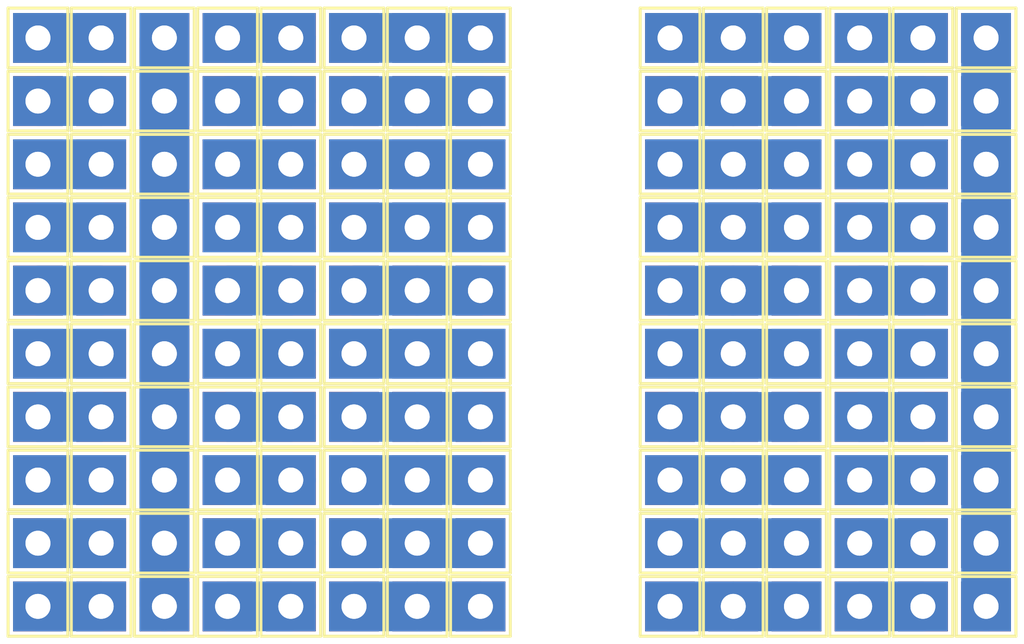
<source format=kicad_pcb>
(kicad_pcb (version 20211014) (generator pcbnew)
  (layers (0 "F.Cu" signal) (31 "B.Cu" signal) (34 "B.Paste" user) (35 "F.Paste" user) (36 "B.SilkS" user "B.Silkscreen") (37 "F.SilkS" user "F.Silkscreen") (38 "B.Mask" user) (39 "F.Mask" user) (44 "Edge.Cuts" user))
  (net 0 "")
  (footprint "TestPoint:TestPoint_THTPad_2.0x2.0mm_Drill1.0mm" (layer "F.Cu") (at 142.24 63.5)
    (fp_text reference "REF**" hide)
    (fp_text value "TestPoint_THTPad_2.0x2.0mm_Drill1.0mm" hide)
  )
  (footprint "TestPoint:TestPoint_THTPad_2.0x2.0mm_Drill1.0mm" (layer "F.Cu") (at 109.22 73.66)
    (fp_text reference "REF**" hide)
    (fp_text value "TestPoint_THTPad_2.0x2.0mm_Drill1.0mm" hide)
  )
  (footprint "TestPoint:TestPoint_THTPad_2.0x2.0mm_Drill1.0mm" (layer "F.Cu") (at 132.08 63.5)
    (fp_text reference "REF**" hide)
    (fp_text value "TestPoint_THTPad_2.0x2.0mm_Drill1.0mm" hide)
  )
  (footprint "TestPoint:TestPoint_THTPad_2.0x2.0mm_Drill1.0mm" (layer "F.Cu") (at 144.78 81.28)
    (fp_text reference "REF**" hide)
    (fp_text value "TestPoint_THTPad_2.0x2.0mm_Drill1.0mm" hide)
  )
  (footprint "TestPoint:TestPoint_THTPad_2.0x2.0mm_Drill1.0mm" (layer "F.Cu") (at 134.62 83.82)
    (fp_text reference "REF**" hide)
    (fp_text value "TestPoint_THTPad_2.0x2.0mm_Drill1.0mm" hide)
  )
  (footprint "TestPoint:TestPoint_THTPad_2.0x2.0mm_Drill1.0mm" (layer "F.Cu") (at 119.38 60.96)
    (fp_text reference "REF**" hide)
    (fp_text value "TestPoint_THTPad_2.0x2.0mm_Drill1.0mm" hide)
  )
  (footprint "TestPoint:TestPoint_THTPad_2.0x2.0mm_Drill1.0mm" (layer "F.Cu") (at 134.62 60.96)
    (fp_text reference "REF**" hide)
    (fp_text value "TestPoint_THTPad_2.0x2.0mm_Drill1.0mm" hide)
  )
  (footprint "TestPoint:TestPoint_THTPad_2.0x2.0mm_Drill1.0mm" (layer "F.Cu") (at 119.38 71.12)
    (fp_text reference "REF**" hide)
    (fp_text value "TestPoint_THTPad_2.0x2.0mm_Drill1.0mm" hide)
  )
  (footprint "TestPoint:TestPoint_THTPad_2.0x2.0mm_Drill1.0mm" (layer "F.Cu") (at 111.76 81.28)
    (fp_text reference "REF**" hide)
    (fp_text value "TestPoint_THTPad_2.0x2.0mm_Drill1.0mm" hide)
  )
  (footprint "TestPoint:TestPoint_THTPad_2.0x2.0mm_Drill1.0mm" (layer "F.Cu") (at 119.38 68.58)
    (fp_text reference "REF**" hide)
    (fp_text value "TestPoint_THTPad_2.0x2.0mm_Drill1.0mm" hide)
  )
  (footprint "TestPoint:TestPoint_THTPad_2.0x2.0mm_Drill1.0mm" (layer "F.Cu") (at 121.92 71.12)
    (fp_text reference "REF**" hide)
    (fp_text value "TestPoint_THTPad_2.0x2.0mm_Drill1.0mm" hide)
  )
  (footprint "TestPoint:TestPoint_THTPad_2.0x2.0mm_Drill1.0mm" (layer "F.Cu") (at 134.62 68.58)
    (fp_text reference "REF**" hide)
    (fp_text value "TestPoint_THTPad_2.0x2.0mm_Drill1.0mm" hide)
  )
  (footprint "TestPoint:TestPoint_THTPad_2.0x2.0mm_Drill1.0mm" (layer "F.Cu") (at 139.7 73.66)
    (fp_text reference "REF**" hide)
    (fp_text value "TestPoint_THTPad_2.0x2.0mm_Drill1.0mm" hide)
  )
  (footprint "TestPoint:TestPoint_THTPad_2.0x2.0mm_Drill1.0mm" (layer "F.Cu") (at 134.62 73.66)
    (fp_text reference "REF**" hide)
    (fp_text value "TestPoint_THTPad_2.0x2.0mm_Drill1.0mm" hide)
  )
  (footprint "TestPoint:TestPoint_THTPad_2.0x2.0mm_Drill1.0mm" (layer "F.Cu") (at 116.84 71.12)
    (fp_text reference "REF**" hide)
    (fp_text value "TestPoint_THTPad_2.0x2.0mm_Drill1.0mm" hide)
  )
  (footprint "TestPoint:TestPoint_THTPad_2.0x2.0mm_Drill1.0mm" (layer "F.Cu") (at 106.68 60.96)
    (fp_text reference "REF**" hide)
    (fp_text value "TestPoint_THTPad_2.0x2.0mm_Drill1.0mm" hide)
  )
  (footprint "TestPoint:TestPoint_THTPad_2.0x2.0mm_Drill1.0mm" (layer "F.Cu") (at 111.76 66.04)
    (fp_text reference "REF**" hide)
    (fp_text value "TestPoint_THTPad_2.0x2.0mm_Drill1.0mm" hide)
  )
  (footprint "TestPoint:TestPoint_THTPad_2.0x2.0mm_Drill1.0mm" (layer "F.Cu") (at 116.84 73.66)
    (fp_text reference "REF**" hide)
    (fp_text value "TestPoint_THTPad_2.0x2.0mm_Drill1.0mm" hide)
  )
  (footprint "TestPoint:TestPoint_THTPad_2.0x2.0mm_Drill1.0mm" (layer "F.Cu") (at 142.24 78.74)
    (fp_text reference "REF**" hide)
    (fp_text value "TestPoint_THTPad_2.0x2.0mm_Drill1.0mm" hide)
  )
  (footprint "TestPoint:TestPoint_THTPad_2.0x2.0mm_Drill1.0mm" (layer "F.Cu") (at 119.38 83.82)
    (fp_text reference "REF**" hide)
    (fp_text value "TestPoint_THTPad_2.0x2.0mm_Drill1.0mm" hide)
  )
  (footprint "TestPoint:TestPoint_THTPad_2.0x2.0mm_Drill1.0mm" (layer "F.Cu") (at 139.7 81.28)
    (fp_text reference "REF**" hide)
    (fp_text value "TestPoint_THTPad_2.0x2.0mm_Drill1.0mm" hide)
  )
  (footprint "TestPoint:TestPoint_THTPad_2.0x2.0mm_Drill1.0mm" (layer "F.Cu") (at 111.76 63.5)
    (fp_text reference "REF**" hide)
    (fp_text value "TestPoint_THTPad_2.0x2.0mm_Drill1.0mm" hide)
  )
  (footprint "TestPoint:TestPoint_THTPad_2.0x2.0mm_Drill1.0mm" (layer "F.Cu") (at 132.08 78.74)
    (fp_text reference "REF**" hide)
    (fp_text value "TestPoint_THTPad_2.0x2.0mm_Drill1.0mm" hide)
  )
  (footprint "TestPoint:TestPoint_THTPad_2.0x2.0mm_Drill1.0mm" (layer "F.Cu") (at 116.84 63.5)
    (fp_text reference "REF**" hide)
    (fp_text value "TestPoint_THTPad_2.0x2.0mm_Drill1.0mm" hide)
  )
  (footprint "TestPoint:TestPoint_THTPad_2.0x2.0mm_Drill1.0mm" (layer "F.Cu") (at 106.68 76.2)
    (fp_text reference "REF**" hide)
    (fp_text value "TestPoint_THTPad_2.0x2.0mm_Drill1.0mm" hide)
  )
  (footprint "TestPoint:TestPoint_THTPad_2.0x2.0mm_Drill1.0mm" (layer "F.Cu") (at 137.16 66.04)
    (fp_text reference "REF**" hide)
    (fp_text value "TestPoint_THTPad_2.0x2.0mm_Drill1.0mm" hide)
  )
  (footprint "TestPoint:TestPoint_THTPad_2.0x2.0mm_Drill1.0mm" (layer "F.Cu") (at 121.92 60.96)
    (fp_text reference "REF**" hide)
    (fp_text value "TestPoint_THTPad_2.0x2.0mm_Drill1.0mm" hide)
  )
  (footprint "TestPoint:TestPoint_THTPad_2.0x2.0mm_Drill1.0mm" (layer "F.Cu") (at 106.68 71.12)
    (fp_text reference "REF**" hide)
    (fp_text value "TestPoint_THTPad_2.0x2.0mm_Drill1.0mm" hide)
  )
  (footprint "TestPoint:TestPoint_THTPad_2.0x2.0mm_Drill1.0mm" (layer "F.Cu") (at 134.62 63.5)
    (fp_text reference "REF**" hide)
    (fp_text value "TestPoint_THTPad_2.0x2.0mm_Drill1.0mm" hide)
  )
  (footprint "TestPoint:TestPoint_THTPad_2.0x2.0mm_Drill1.0mm" (layer "F.Cu") (at 137.16 83.82)
    (fp_text reference "REF**" hide)
    (fp_text value "TestPoint_THTPad_2.0x2.0mm_Drill1.0mm" hide)
  )
  (footprint "TestPoint:TestPoint_THTPad_2.0x2.0mm_Drill1.0mm" (layer "F.Cu") (at 114.3 78.74)
    (fp_text reference "REF**" hide)
    (fp_text value "TestPoint_THTPad_2.0x2.0mm_Drill1.0mm" hide)
  )
  (footprint "TestPoint:TestPoint_THTPad_2.0x2.0mm_Drill1.0mm" (layer "F.Cu") (at 116.84 66.04)
    (fp_text reference "REF**" hide)
    (fp_text value "TestPoint_THTPad_2.0x2.0mm_Drill1.0mm" hide)
  )
  (footprint "TestPoint:TestPoint_THTPad_2.0x2.0mm_Drill1.0mm" (layer "F.Cu") (at 121.92 68.58)
    (fp_text reference "REF**" hide)
    (fp_text value "TestPoint_THTPad_2.0x2.0mm_Drill1.0mm" hide)
  )
  (footprint "TestPoint:TestPoint_THTPad_2.0x2.0mm_Drill1.0mm" (layer "F.Cu") (at 114.3 81.28)
    (fp_text reference "REF**" hide)
    (fp_text value "TestPoint_THTPad_2.0x2.0mm_Drill1.0mm" hide)
  )
  (footprint "TestPoint:TestPoint_THTPad_2.0x2.0mm_Drill1.0mm" (layer "F.Cu") (at 111.76 83.82)
    (fp_text reference "REF**" hide)
    (fp_text value "TestPoint_THTPad_2.0x2.0mm_Drill1.0mm" hide)
  )
  (footprint "TestPoint:TestPoint_THTPad_2.0x2.0mm_Drill1.0mm" (layer "F.Cu") (at 116.84 68.58)
    (fp_text reference "REF**" hide)
    (fp_text value "TestPoint_THTPad_2.0x2.0mm_Drill1.0mm" hide)
  )
  (footprint "TestPoint:TestPoint_THTPad_2.0x2.0mm_Drill1.0mm" (layer "F.Cu") (at 142.24 68.58)
    (fp_text reference "REF**" hide)
    (fp_text value "TestPoint_THTPad_2.0x2.0mm_Drill1.0mm" hide)
  )
  (footprint "TestPoint:TestPoint_THTPad_2.0x2.0mm_Drill1.0mm" (layer "F.Cu") (at 139.7 63.5)
    (fp_text reference "REF**" hide)
    (fp_text value "TestPoint_THTPad_2.0x2.0mm_Drill1.0mm" hide)
  )
  (footprint "TestPoint:TestPoint_THTPad_2.0x2.0mm_Drill1.0mm" (layer "F.Cu") (at 134.62 66.04)
    (fp_text reference "REF**" hide)
    (fp_text value "TestPoint_THTPad_2.0x2.0mm_Drill1.0mm" hide)
  )
  (footprint "TestPoint:TestPoint_THTPad_2.0x2.0mm_Drill1.0mm" (layer "F.Cu") (at 132.08 71.12)
    (fp_text reference "REF**" hide)
    (fp_text value "TestPoint_THTPad_2.0x2.0mm_Drill1.0mm" hide)
  )
  (footprint "TestPoint:TestPoint_THTPad_2.0x2.0mm_Drill1.0mm" (layer "F.Cu") (at 114.3 66.04)
    (fp_text reference "REF**" hide)
    (fp_text value "TestPoint_THTPad_2.0x2.0mm_Drill1.0mm" hide)
  )
  (footprint "TestPoint:TestPoint_THTPad_2.0x2.0mm_Drill1.0mm" (layer "F.Cu") (at 114.3 68.58)
    (fp_text reference "REF**" hide)
    (fp_text value "TestPoint_THTPad_2.0x2.0mm_Drill1.0mm" hide)
  )
  (footprint "TestPoint:TestPoint_THTPad_2.0x2.0mm_Drill1.0mm" (layer "F.Cu") (at 124.46 83.82)
    (fp_text reference "REF**" hide)
    (fp_text value "TestPoint_THTPad_2.0x2.0mm_Drill1.0mm" hide)
  )
  (footprint "TestPoint:TestPoint_THTPad_2.0x2.0mm_Drill1.0mm" (layer "F.Cu") (at 137.16 81.28)
    (fp_text reference "REF**" hide)
    (fp_text value "TestPoint_THTPad_2.0x2.0mm_Drill1.0mm" hide)
  )
  (footprint "TestPoint:TestPoint_THTPad_2.0x2.0mm_Drill1.0mm" (layer "F.Cu") (at 114.3 60.96)
    (fp_text reference "REF**" hide)
    (fp_text value "TestPoint_THTPad_2.0x2.0mm_Drill1.0mm" hide)
  )
  (footprint "TestPoint:TestPoint_THTPad_2.0x2.0mm_Drill1.0mm" (layer "F.Cu") (at 111.76 73.66)
    (fp_text reference "REF**" hide)
    (fp_text value "TestPoint_THTPad_2.0x2.0mm_Drill1.0mm" hide)
  )
  (footprint "TestPoint:TestPoint_THTPad_2.0x2.0mm_Drill1.0mm" (layer "F.Cu") (at 134.62 78.74)
    (fp_text reference "REF**" hide)
    (fp_text value "TestPoint_THTPad_2.0x2.0mm_Drill1.0mm" hide)
  )
  (footprint "TestPoint:TestPoint_THTPad_2.0x2.0mm_Drill1.0mm" (layer "F.Cu") (at 134.62 71.12)
    (fp_text reference "REF**" hide)
    (fp_text value "TestPoint_THTPad_2.0x2.0mm_Drill1.0mm" hide)
  )
  (footprint "TestPoint:TestPoint_THTPad_2.0x2.0mm_Drill1.0mm" (layer "F.Cu") (at 139.7 71.12)
    (fp_text reference "REF**" hide)
    (fp_text value "TestPoint_THTPad_2.0x2.0mm_Drill1.0mm" hide)
  )
  (footprint "TestPoint:TestPoint_THTPad_2.0x2.0mm_Drill1.0mm" (layer "F.Cu") (at 142.24 81.28)
    (fp_text reference "REF**" hide)
    (fp_text value "TestPoint_THTPad_2.0x2.0mm_Drill1.0mm" hide)
  )
  (footprint "TestPoint:TestPoint_THTPad_2.0x2.0mm_Drill1.0mm" (layer "F.Cu") (at 114.3 76.2)
    (fp_text reference "REF**" hide)
    (fp_text value "TestPoint_THTPad_2.0x2.0mm_Drill1.0mm" hide)
  )
  (footprint "TestPoint:TestPoint_THTPad_2.0x2.0mm_Drill1.0mm" (layer "F.Cu") (at 109.22 81.28)
    (fp_text reference "REF**" hide)
    (fp_text value "TestPoint_THTPad_2.0x2.0mm_Drill1.0mm" hide)
  )
  (footprint "TestPoint:TestPoint_THTPad_2.0x2.0mm_Drill1.0mm" (layer "F.Cu") (at 109.22 78.74)
    (fp_text reference "REF**" hide)
    (fp_text value "TestPoint_THTPad_2.0x2.0mm_Drill1.0mm" hide)
  )
  (footprint "TestPoint:TestPoint_THTPad_2.0x2.0mm_Drill1.0mm" (layer "F.Cu") (at 124.46 76.2)
    (fp_text reference "REF**" hide)
    (fp_text value "TestPoint_THTPad_2.0x2.0mm_Drill1.0mm" hide)
  )
  (footprint "TestPoint:TestPoint_THTPad_2.0x2.0mm_Drill1.0mm" (layer "F.Cu") (at 114.3 71.12)
    (fp_text reference "REF**" hide)
    (fp_text value "TestPoint_THTPad_2.0x2.0mm_Drill1.0mm" hide)
  )
  (footprint "TestPoint:TestPoint_THTPad_2.0x2.0mm_Drill1.0mm" (layer "F.Cu") (at 114.3 73.66)
    (fp_text reference "REF**" hide)
    (fp_text value "TestPoint_THTPad_2.0x2.0mm_Drill1.0mm" hide)
  )
  (footprint "TestPoint:TestPoint_THTPad_2.0x2.0mm_Drill1.0mm" (layer "F.Cu") (at 132.08 76.2)
    (fp_text reference "REF**" hide)
    (fp_text value "TestPoint_THTPad_2.0x2.0mm_Drill1.0mm" hide)
  )
  (footprint "TestPoint:TestPoint_THTPad_2.0x2.0mm_Drill1.0mm" (layer "F.Cu") (at 144.78 78.74)
    (fp_text reference "REF**" hide)
    (fp_text value "TestPoint_THTPad_2.0x2.0mm_Drill1.0mm" hide)
  )
  (footprint "TestPoint:TestPoint_THTPad_2.0x2.0mm_Drill1.0mm" (layer "F.Cu") (at 116.84 76.2)
    (fp_text reference "REF**" hide)
    (fp_text value "TestPoint_THTPad_2.0x2.0mm_Drill1.0mm" hide)
  )
  (footprint "TestPoint:TestPoint_THTPad_2.0x2.0mm_Drill1.0mm" (layer "F.Cu") (at 144.78 83.82)
    (fp_text reference "REF**" hide)
    (fp_text value "TestPoint_THTPad_2.0x2.0mm_Drill1.0mm" hide)
  )
  (footprint "TestPoint:TestPoint_THTPad_2.0x2.0mm_Drill1.0mm" (layer "F.Cu") (at 106.68 66.04)
    (fp_text reference "REF**" hide)
    (fp_text value "TestPoint_THTPad_2.0x2.0mm_Drill1.0mm" hide)
  )
  (footprint "TestPoint:TestPoint_THTPad_2.0x2.0mm_Drill1.0mm" (layer "F.Cu") (at 106.68 78.74)
    (fp_text reference "REF**" hide)
    (fp_text value "TestPoint_THTPad_2.0x2.0mm_Drill1.0mm" hide)
  )
  (footprint "TestPoint:TestPoint_THTPad_2.0x2.0mm_Drill1.0mm" (layer "F.Cu") (at 109.22 60.96)
    (fp_text reference "REF**" hide)
    (fp_text value "TestPoint_THTPad_2.0x2.0mm_Drill1.0mm" hide)
  )
  (footprint "TestPoint:TestPoint_THTPad_2.0x2.0mm_Drill1.0mm" (layer "F.Cu") (at 121.92 66.04)
    (fp_text reference "REF**" hide)
    (fp_text value "TestPoint_THTPad_2.0x2.0mm_Drill1.0mm" hide)
  )
  (footprint "TestPoint:TestPoint_THTPad_2.0x2.0mm_Drill1.0mm" (layer "F.Cu") (at 111.76 76.2)
    (fp_text reference "REF**" hide)
    (fp_text value "TestPoint_THTPad_2.0x2.0mm_Drill1.0mm" hide)
  )
  (footprint "TestPoint:TestPoint_THTPad_2.0x2.0mm_Drill1.0mm" (layer "F.Cu") (at 132.08 68.58)
    (fp_text reference "REF**" hide)
    (fp_text value "TestPoint_THTPad_2.0x2.0mm_Drill1.0mm" hide)
  )
  (footprint "TestPoint:TestPoint_THTPad_2.0x2.0mm_Drill1.0mm" (layer "F.Cu") (at 106.68 81.28)
    (fp_text reference "REF**" hide)
    (fp_text value "TestPoint_THTPad_2.0x2.0mm_Drill1.0mm" hide)
  )
  (footprint "TestPoint:TestPoint_THTPad_2.0x2.0mm_Drill1.0mm" (layer "F.Cu") (at 114.3 63.5)
    (fp_text reference "REF**" hide)
    (fp_text value "TestPoint_THTPad_2.0x2.0mm_Drill1.0mm" hide)
  )
  (footprint "TestPoint:TestPoint_THTPad_2.0x2.0mm_Drill1.0mm" (layer "F.Cu") (at 106.68 68.58)
    (fp_text reference "REF**" hide)
    (fp_text value "TestPoint_THTPad_2.0x2.0mm_Drill1.0mm" hide)
  )
  (footprint "TestPoint:TestPoint_THTPad_2.0x2.0mm_Drill1.0mm" (layer "F.Cu") (at 111.76 71.12)
    (fp_text reference "REF**" hide)
    (fp_text value "TestPoint_THTPad_2.0x2.0mm_Drill1.0mm" hide)
  )
  (footprint "TestPoint:TestPoint_THTPad_2.0x2.0mm_Drill1.0mm" (layer "F.Cu") (at 124.46 71.12)
    (fp_text reference "REF**" hide)
    (fp_text value "TestPoint_THTPad_2.0x2.0mm_Drill1.0mm" hide)
  )
  (footprint "TestPoint:TestPoint_THTPad_2.0x2.0mm_Drill1.0mm" (layer "F.Cu") (at 109.22 76.2)
    (fp_text reference "REF**" hide)
    (fp_text value "TestPoint_THTPad_2.0x2.0mm_Drill1.0mm" hide)
  )
  (footprint "TestPoint:TestPoint_THTPad_2.0x2.0mm_Drill1.0mm" (layer "F.Cu") (at 124.46 68.58)
    (fp_text reference "REF**" hide)
    (fp_text value "TestPoint_THTPad_2.0x2.0mm_Drill1.0mm" hide)
  )
  (footprint "TestPoint:TestPoint_THTPad_2.0x2.0mm_Drill1.0mm" (layer "F.Cu") (at 106.68 63.5)
    (fp_text reference "REF**" hide)
    (fp_text value "TestPoint_THTPad_2.0x2.0mm_Drill1.0mm" hide)
  )
  (footprint "TestPoint:TestPoint_THTPad_2.0x2.0mm_Drill1.0mm" (layer "F.Cu") (at 139.7 83.82)
    (fp_text reference "REF**" hide)
    (fp_text value "TestPoint_THTPad_2.0x2.0mm_Drill1.0mm" hide)
  )
  (footprint "TestPoint:TestPoint_THTPad_2.0x2.0mm_Drill1.0mm" (layer "F.Cu") (at 124.46 78.74)
    (fp_text reference "REF**" hide)
    (fp_text value "TestPoint_THTPad_2.0x2.0mm_Drill1.0mm" hide)
  )
  (footprint "TestPoint:TestPoint_THTPad_2.0x2.0mm_Drill1.0mm" (layer "F.Cu") (at 137.16 63.5)
    (fp_text reference "REF**" hide)
    (fp_text value "TestPoint_THTPad_2.0x2.0mm_Drill1.0mm" hide)
  )
  (footprint "TestPoint:TestPoint_THTPad_2.0x2.0mm_Drill1.0mm" (layer "F.Cu") (at 111.76 60.96)
    (fp_text reference "REF**" hide)
    (fp_text value "TestPoint_THTPad_2.0x2.0mm_Drill1.0mm" hide)
  )
  (footprint "TestPoint:TestPoint_THTPad_2.0x2.0mm_Drill1.0mm" (layer "F.Cu") (at 116.84 83.82)
    (fp_text reference "REF**" hide)
    (fp_text value "TestPoint_THTPad_2.0x2.0mm_Drill1.0mm" hide)
  )
  (footprint "TestPoint:TestPoint_THTPad_2.0x2.0mm_Drill1.0mm" (layer "F.Cu") (at 139.7 60.96)
    (fp_text reference "REF**" hide)
    (fp_text value "TestPoint_THTPad_2.0x2.0mm_Drill1.0mm" hide)
  )
  (footprint "TestPoint:TestPoint_THTPad_2.0x2.0mm_Drill1.0mm" (layer "F.Cu") (at 137.16 73.66)
    (fp_text reference "REF**" hide)
    (fp_text value "TestPoint_THTPad_2.0x2.0mm_Drill1.0mm" hide)
  )
  (footprint "TestPoint:TestPoint_THTPad_2.0x2.0mm_Drill1.0mm" (layer "F.Cu") (at 119.38 73.66)
    (fp_text reference "REF**" hide)
    (fp_text value "TestPoint_THTPad_2.0x2.0mm_Drill1.0mm" hide)
  )
  (footprint "TestPoint:TestPoint_THTPad_2.0x2.0mm_Drill1.0mm" (layer "F.Cu") (at 139.7 78.74)
    (fp_text reference "REF**" hide)
    (fp_text value "TestPoint_THTPad_2.0x2.0mm_Drill1.0mm" hide)
  )
  (footprint "TestPoint:TestPoint_THTPad_2.0x2.0mm_Drill1.0mm" (layer "F.Cu") (at 139.7 76.2)
    (fp_text reference "REF**" hide)
    (fp_text value "TestPoint_THTPad_2.0x2.0mm_Drill1.0mm" hide)
  )
  (footprint "TestPoint:TestPoint_THTPad_2.0x2.0mm_Drill1.0mm" (layer "F.Cu") (at 121.92 83.82)
    (fp_text reference "REF**" hide)
    (fp_text value "TestPoint_THTPad_2.0x2.0mm_Drill1.0mm" hide)
  )
  (footprint "TestPoint:TestPoint_THTPad_2.0x2.0mm_Drill1.0mm" (layer "F.Cu") (at 124.46 73.66)
    (fp_text reference "REF**" hide)
    (fp_text value "TestPoint_THTPad_2.0x2.0mm_Drill1.0mm" hide)
  )
  (footprint "TestPoint:TestPoint_THTPad_2.0x2.0mm_Drill1.0mm" (layer "F.Cu") (at 116.84 60.96)
    (fp_text reference "REF**" hide)
    (fp_text value "TestPoint_THTPad_2.0x2.0mm_Drill1.0mm" hide)
  )
  (footprint "TestPoint:TestPoint_THTPad_2.0x2.0mm_Drill1.0mm" (layer "F.Cu") (at 137.16 76.2)
    (fp_text reference "REF**" hide)
    (fp_text value "TestPoint_THTPad_2.0x2.0mm_Drill1.0mm" hide)
  )
  (footprint "TestPoint:TestPoint_THTPad_2.0x2.0mm_Drill1.0mm" (layer "F.Cu") (at 142.24 71.12)
    (fp_text reference "REF**" hide)
    (fp_text value "TestPoint_THTPad_2.0x2.0mm_Drill1.0mm" hide)
  )
  (footprint "TestPoint:TestPoint_THTPad_2.0x2.0mm_Drill1.0mm" (layer "F.Cu") (at 142.24 83.82)
    (fp_text reference "REF**" hide)
    (fp_text value "TestPoint_THTPad_2.0x2.0mm_Drill1.0mm" hide)
  )
  (footprint "TestPoint:TestPoint_THTPad_2.0x2.0mm_Drill1.0mm" (layer "F.Cu") (at 121.92 81.28)
    (fp_text reference "REF**" hide)
    (fp_text value "TestPoint_THTPad_2.0x2.0mm_Drill1.0mm" hide)
  )
  (footprint "TestPoint:TestPoint_THTPad_2.0x2.0mm_Drill1.0mm" (layer "F.Cu") (at 106.68 73.66)
    (fp_text reference "REF**" hide)
    (fp_text value "TestPoint_THTPad_2.0x2.0mm_Drill1.0mm" hide)
  )
  (footprint "TestPoint:TestPoint_THTPad_2.0x2.0mm_Drill1.0mm" (layer "F.Cu") (at 142.24 66.04)
    (fp_text reference "REF**" hide)
    (fp_text value "TestPoint_THTPad_2.0x2.0mm_Drill1.0mm" hide)
  )
  (footprint "TestPoint:TestPoint_THTPad_2.0x2.0mm_Drill1.0mm" (layer "F.Cu") (at 121.92 73.66)
    (fp_text reference "REF**" hide)
    (fp_text value "TestPoint_THTPad_2.0x2.0mm_Drill1.0mm" hide)
  )
  (footprint "TestPoint:TestPoint_THTPad_2.0x2.0mm_Drill1.0mm" (layer "F.Cu") (at 119.38 81.28)
    (fp_text reference "REF**" hide)
    (fp_text value "TestPoint_THTPad_2.0x2.0mm_Drill1.0mm" hide)
  )
  (footprint "TestPoint:TestPoint_THTPad_2.0x2.0mm_Drill1.0mm" (layer "F.Cu") (at 142.24 60.96)
    (fp_text reference "REF**" hide)
    (fp_text value "TestPoint_THTPad_2.0x2.0mm_Drill1.0mm" hide)
  )
  (footprint "TestPoint:TestPoint_THTPad_2.0x2.0mm_Drill1.0mm" (layer "F.Cu") (at 121.92 78.74)
    (fp_text reference "REF**" hide)
    (fp_text value "TestPoint_THTPad_2.0x2.0mm_Drill1.0mm" hide)
  )
  (footprint "TestPoint:TestPoint_THTPad_2.0x2.0mm_Drill1.0mm" (layer "F.Cu") (at 124.46 66.04)
    (fp_text reference "REF**" hide)
    (fp_text value "TestPoint_THTPad_2.0x2.0mm_Drill1.0mm" hide)
  )
  (footprint "TestPoint:TestPoint_THTPad_2.0x2.0mm_Drill1.0mm" (layer "F.Cu") (at 109.22 63.5)
    (fp_text reference "REF**" hide)
    (fp_text value "TestPoint_THTPad_2.0x2.0mm_Drill1.0mm" hide)
  )
  (footprint "TestPoint:TestPoint_THTPad_2.0x2.0mm_Drill1.0mm" (layer "F.Cu") (at 137.16 60.96)
    (fp_text reference "REF**" hide)
    (fp_text value "TestPoint_THTPad_2.0x2.0mm_Drill1.0mm" hide)
  )
  (footprint "TestPoint:TestPoint_THTPad_2.0x2.0mm_Drill1.0mm" (layer "F.Cu") (at 109.22 66.04)
    (fp_text reference "REF**" hide)
    (fp_text value "TestPoint_THTPad_2.0x2.0mm_Drill1.0mm" hide)
  )
  (footprint "TestPoint:TestPoint_THTPad_2.0x2.0mm_Drill1.0mm" (layer "F.Cu") (at 139.7 68.58)
    (fp_text reference "REF**" hide)
    (fp_text value "TestPoint_THTPad_2.0x2.0mm_Drill1.0mm" hide)
  )
  (footprint "TestPoint:TestPoint_THTPad_2.0x2.0mm_Drill1.0mm" (layer "F.Cu") (at 124.46 63.5)
    (fp_text reference "REF**" hide)
    (fp_text value "TestPoint_THTPad_2.0x2.0mm_Drill1.0mm" hide)
  )
  (footprint "TestPoint:TestPoint_THTPad_2.0x2.0mm_Drill1.0mm" (layer "F.Cu") (at 114.3 83.82)
    (fp_text reference "REF**" hide)
    (fp_text value "TestPoint_THTPad_2.0x2.0mm_Drill1.0mm" hide)
  )
  (footprint "TestPoint:TestPoint_THTPad_2.0x2.0mm_Drill1.0mm" (layer "F.Cu") (at 139.7 66.04)
    (fp_text reference "REF**" hide)
    (fp_text value "TestPoint_THTPad_2.0x2.0mm_Drill1.0mm" hide)
  )
  (footprint "TestPoint:TestPoint_THTPad_2.0x2.0mm_Drill1.0mm" (layer "F.Cu") (at 132.08 66.04)
    (fp_text reference "REF**" hide)
    (fp_text value "TestPoint_THTPad_2.0x2.0mm_Drill1.0mm" hide)
  )
  (footprint "TestPoint:TestPoint_THTPad_2.0x2.0mm_Drill1.0mm" (layer "F.Cu") (at 134.62 81.28)
    (fp_text reference "REF**" hide)
    (fp_text value "TestPoint_THTPad_2.0x2.0mm_Drill1.0mm" hide)
  )
  (footprint "TestPoint:TestPoint_THTPad_2.0x2.0mm_Drill1.0mm" (layer "F.Cu") (at 116.84 78.74)
    (fp_text reference "REF**" hide)
    (fp_text value "TestPoint_THTPad_2.0x2.0mm_Drill1.0mm" hide)
  )
  (footprint "TestPoint:TestPoint_THTPad_2.0x2.0mm_Drill1.0mm" (layer "F.Cu") (at 142.24 76.2)
    (fp_text reference "REF**" hide)
    (fp_text value "TestPoint_THTPad_2.0x2.0mm_Drill1.0mm" hide)
  )
  (footprint "TestPoint:TestPoint_THTPad_2.0x2.0mm_Drill1.0mm" (layer "F.Cu") (at 124.46 81.28)
    (fp_text reference "REF**" hide)
    (fp_text value "TestPoint_THTPad_2.0x2.0mm_Drill1.0mm" hide)
  )
  (footprint "TestPoint:TestPoint_THTPad_2.0x2.0mm_Drill1.0mm" (layer "F.Cu") (at 144.78 66.04)
    (fp_text reference "REF**" hide)
    (fp_text value "TestPoint_THTPad_2.0x2.0mm_Drill1.0mm" hide)
  )
  (footprint "TestPoint:TestPoint_THTPad_2.0x2.0mm_Drill1.0mm" (layer "F.Cu") (at 111.76 78.74)
    (fp_text reference "REF**" hide)
    (fp_text value "TestPoint_THTPad_2.0x2.0mm_Drill1.0mm" hide)
  )
  (footprint "TestPoint:TestPoint_THTPad_2.0x2.0mm_Drill1.0mm" (layer "F.Cu") (at 121.92 63.5)
    (fp_text reference "REF**" hide)
    (fp_text value "TestPoint_THTPad_2.0x2.0mm_Drill1.0mm" hide)
  )
  (footprint "TestPoint:TestPoint_THTPad_2.0x2.0mm_Drill1.0mm" (layer "F.Cu") (at 119.38 66.04)
    (fp_text reference "REF**" hide)
    (fp_text value "TestPoint_THTPad_2.0x2.0mm_Drill1.0mm" hide)
  )
  (footprint "TestPoint:TestPoint_THTPad_2.0x2.0mm_Drill1.0mm" (layer "F.Cu") (at 144.78 76.2)
    (fp_text reference "REF**" hide)
    (fp_text value "TestPoint_THTPad_2.0x2.0mm_Drill1.0mm" hide)
  )
  (footprint "TestPoint:TestPoint_THTPad_2.0x2.0mm_Drill1.0mm" (layer "F.Cu") (at 137.16 78.74)
    (fp_text reference "REF**" hide)
    (fp_text value "TestPoint_THTPad_2.0x2.0mm_Drill1.0mm" hide)
  )
  (footprint "TestPoint:TestPoint_THTPad_2.0x2.0mm_Drill1.0mm" (layer "F.Cu") (at 106.68 83.82)
    (fp_text reference "REF**" hide)
    (fp_text value "TestPoint_THTPad_2.0x2.0mm_Drill1.0mm" hide)
  )
  (footprint "TestPoint:TestPoint_THTPad_2.0x2.0mm_Drill1.0mm" (layer "F.Cu") (at 132.08 83.82)
    (fp_text reference "REF**" hide)
    (fp_text value "TestPoint_THTPad_2.0x2.0mm_Drill1.0mm" hide)
  )
  (footprint "TestPoint:TestPoint_THTPad_2.0x2.0mm_Drill1.0mm" (layer "F.Cu") (at 142.24 73.66)
    (fp_text reference "REF**" hide)
    (fp_text value "TestPoint_THTPad_2.0x2.0mm_Drill1.0mm" hide)
  )
  (footprint "TestPoint:TestPoint_THTPad_2.0x2.0mm_Drill1.0mm" (layer "F.Cu") (at 109.22 68.58)
    (fp_text reference "REF**" hide)
    (fp_text value "TestPoint_THTPad_2.0x2.0mm_Drill1.0mm" hide)
  )
  (footprint "TestPoint:TestPoint_THTPad_2.0x2.0mm_Drill1.0mm" (layer "F.Cu") (at 109.22 83.82)
    (fp_text reference "REF**" hide)
    (fp_text value "TestPoint_THTPad_2.0x2.0mm_Drill1.0mm" hide)
  )
  (footprint "TestPoint:TestPoint_THTPad_2.0x2.0mm_Drill1.0mm" (layer "F.Cu") (at 132.08 81.28)
    (fp_text reference "REF**" hide)
    (fp_text value "TestPoint_THTPad_2.0x2.0mm_Drill1.0mm" hide)
  )
  (footprint "TestPoint:TestPoint_THTPad_2.0x2.0mm_Drill1.0mm" (layer "F.Cu") (at 144.78 63.5)
    (fp_text reference "REF**" hide)
    (fp_text value "TestPoint_THTPad_2.0x2.0mm_Drill1.0mm" hide)
  )
  (footprint "TestPoint:TestPoint_THTPad_2.0x2.0mm_Drill1.0mm" (layer "F.Cu") (at 137.16 71.12)
    (fp_text reference "REF**" hide)
    (fp_text value "TestPoint_THTPad_2.0x2.0mm_Drill1.0mm" hide)
  )
  (footprint "TestPoint:TestPoint_THTPad_2.0x2.0mm_Drill1.0mm" (layer "F.Cu") (at 132.08 60.96)
    (fp_text reference "REF**" hide)
    (fp_text value "TestPoint_THTPad_2.0x2.0mm_Drill1.0mm" hide)
  )
  (footprint "TestPoint:TestPoint_THTPad_2.0x2.0mm_Drill1.0mm" (layer "F.Cu") (at 144.78 68.58)
    (fp_text reference "REF**" hide)
    (fp_text value "TestPoint_THTPad_2.0x2.0mm_Drill1.0mm" hide)
  )
  (footprint "TestPoint:TestPoint_THTPad_2.0x2.0mm_Drill1.0mm" (layer "F.Cu") (at 109.22 71.12)
    (fp_text reference "REF**" hide)
    (fp_text value "TestPoint_THTPad_2.0x2.0mm_Drill1.0mm" hide)
  )
  (footprint "TestPoint:TestPoint_THTPad_2.0x2.0mm_Drill1.0mm" (layer "F.Cu") (at 119.38 78.74)
    (fp_text reference "REF**" hide)
    (fp_text value "TestPoint_THTPad_2.0x2.0mm_Drill1.0mm" hide)
  )
  (footprint "TestPoint:TestPoint_THTPad_2.0x2.0mm_Drill1.0mm" (layer "F.Cu") (at 116.84 81.28)
    (fp_text reference "REF**" hide)
    (fp_text value "TestPoint_THTPad_2.0x2.0mm_Drill1.0mm" hide)
  )
  (footprint "TestPoint:TestPoint_THTPad_2.0x2.0mm_Drill1.0mm" (layer "F.Cu") (at 124.46 60.96)
    (fp_text reference "REF**" hide)
    (fp_text value "TestPoint_THTPad_2.0x2.0mm_Drill1.0mm" hide)
  )
  (footprint "TestPoint:TestPoint_THTPad_2.0x2.0mm_Drill1.0mm" (layer "F.Cu") (at 134.62 76.2)
    (fp_text reference "REF**" hide)
    (fp_text value "TestPoint_THTPad_2.0x2.0mm_Drill1.0mm" hide)
  )
  (footprint "TestPoint:TestPoint_THTPad_2.0x2.0mm_Drill1.0mm" (layer "F.Cu") (at 144.78 71.12)
    (fp_text reference "REF**" hide)
    (fp_text value "TestPoint_THTPad_2.0x2.0mm_Drill1.0mm" hide)
  )
  (footprint "TestPoint:TestPoint_THTPad_2.0x2.0mm_Drill1.0mm" (layer "F.Cu") (at 119.38 76.2)
    (fp_text reference "REF**" hide)
    (fp_text value "TestPoint_THTPad_2.0x2.0mm_Drill1.0mm" hide)
  )
  (footprint "TestPoint:TestPoint_THTPad_2.0x2.0mm_Drill1.0mm" (layer "F.Cu") (at 144.78 60.96)
    (fp_text reference "REF**" hide)
    (fp_text value "TestPoint_THTPad_2.0x2.0mm_Drill1.0mm" hide)
  )
  (footprint "TestPoint:TestPoint_THTPad_2.0x2.0mm_Drill1.0mm" (layer "F.Cu") (at 121.92 76.2)
    (fp_text reference "REF**" hide)
    (fp_text value "TestPoint_THTPad_2.0x2.0mm_Drill1.0mm" hide)
  )
  (footprint "TestPoint:TestPoint_THTPad_2.0x2.0mm_Drill1.0mm" (layer "F.Cu") (at 119.38 63.5)
    (fp_text reference "REF**" hide)
    (fp_text value "TestPoint_THTPad_2.0x2.0mm_Drill1.0mm" hide)
  )
  (footprint "TestPoint:TestPoint_THTPad_2.0x2.0mm_Drill1.0mm" (layer "F.Cu") (at 132.08 73.66)
    (fp_text reference "REF**" hide)
    (fp_text value "TestPoint_THTPad_2.0x2.0mm_Drill1.0mm" hide)
  )
  (footprint "TestPoint:TestPoint_THTPad_2.0x2.0mm_Drill1.0mm" (layer "F.Cu") (at 111.76 68.58)
    (fp_text reference "REF**" hide)
    (fp_text value "TestPoint_THTPad_2.0x2.0mm_Drill1.0mm" hide)
  )
  (footprint "TestPoint:TestPoint_THTPad_2.0x2.0mm_Drill1.0mm" (layer "F.Cu") (at 137.16 68.58)
    (fp_text reference "REF**" hide)
    (fp_text value "TestPoint_THTPad_2.0x2.0mm_Drill1.0mm" hide)
  )
  (footprint "TestPoint:TestPoint_THTPad_2.0x2.0mm_Drill1.0mm" (layer "F.Cu") (at 144.78 73.66)
    (fp_text reference "REF**" hide)
    (fp_text value "TestPoint_THTPad_2.0x2.0mm_Drill1.0mm" hide)
  )
  (segment (start 111.76 60.96) (end 111.76 83.82) (width 2) (layer "F.Cu") (net 0))
  (segment (start 109.22 66.04) (end 106.68 66.04) (width 2) (layer "B.Cu") (net 0))
  (segment (start 109.22 73.66) (end 106.68 73.66) (width 2) (layer "B.Cu") (net 0))
  (segment (start 121.92 83.82) (end 119.38 83.82) (width 2) (layer "B.Cu") (net 0))
  (segment (start 142.24 81.28) (end 139.7 81.28) (width 2) (layer "B.Cu") (net 0))
  (segment (start 142.24 76.2) (end 139.7 76.2) (width 2) (layer "B.Cu") (net 0))
  (segment (start 124.46 68.58) (end 121.92 68.58) (width 2) (layer "B.Cu") (net 0))
  (segment (start 137.16 63.5) (end 134.62 63.5) (width 2) (layer "B.Cu") (net 0))
  (segment (start 116.84 81.28) (end 114.3 81.28) (width 2) (layer "B.Cu") (net 0))
  (segment (start 132.08 68.58) (end 134.62 68.58) (width 2) (layer "B.Cu") (net 0))
  (segment (start 116.84 76.2) (end 114.3 76.2) (width 2) (layer "B.Cu") (net 0))
  (segment (start 124.46 81.28) (end 121.92 81.28) (width 2) (layer "B.Cu") (net 0))
  (segment (start 116.84 60.96) (end 114.3 60.96) (width 2) (layer "B.Cu") (net 0))
  (segment (start 109.22 68.58) (end 106.68 68.58) (width 2) (layer "B.Cu") (net 0))
  (segment (start 116.84 83.82) (end 114.3 83.82) (width 2) (layer "B.Cu") (net 0))
  (segment (start 119.38 68.58) (end 121.92 68.58) (width 2) (layer "B.Cu") (net 0))
  (segment (start 116.84 78.74) (end 114.3 78.74) (width 2) (layer "B.Cu") (net 0))
  (segment (start 111.76 63.5) (end 111.76 83.82) (width 2) (layer "B.Cu") (net 0))
  (segment (start 137.16 76.2) (end 134.62 76.2) (width 2) (layer "B.Cu") (net 0))
  (segment (start 142.24 66.04) (end 139.7 66.04) (width 2) (layer "B.Cu") (net 0))
  (segment (start 119.38 78.74) (end 121.92 78.74) (width 2) (layer "B.Cu") (net 0))
  (segment (start 109.22 83.82) (end 106.68 83.82) (width 2) (layer "B.Cu") (net 0))
  (segment (start 132.08 81.28) (end 134.62 81.28) (width 2) (layer "B.Cu") (net 0))
  (segment (start 137.16 78.74) (end 134.62 78.74) (width 2) (layer "B.Cu") (net 0))
  (segment (start 142.24 63.5) (end 139.7 63.5) (width 2) (layer "B.Cu") (net 0))
  (segment (start 116.84 66.04) (end 114.3 66.04) (width 2) (layer "B.Cu") (net 0))
  (segment (start 119.38 63.5) (end 121.92 63.5) (width 2) (layer "B.Cu") (net 0))
  (segment (start 134.62 83.82) (end 132.08 83.82) (width 2) (layer "B.Cu") (net 0))
  (segment (start 137.16 83.82) (end 134.62 83.82) (width 2) (layer "B.Cu") (net 0))
  (segment (start 119.38 76.2) (end 121.92 76.2) (width 2) (layer "B.Cu") (net 0))
  (segment (start 124.46 78.74) (end 121.92 78.74) (width 2) (layer "B.Cu") (net 0))
  (segment (start 116.84 71.12) (end 114.3 71.12) (width 2) (layer "B.Cu") (net 0))
  (segment (start 142.24 73.66) (end 139.7 73.66) (width 2) (layer "B.Cu") (net 0))
  (segment (start 109.22 78.74) (end 106.68 78.74) (width 2) (layer "B.Cu") (net 0))
  (segment (start 142.24 68.58) (end 139.7 68.58) (width 2) (layer "B.Cu") (net 0))
  (segment (start 137.16 66.04) (end 134.62 66.04) (width 2) (layer "B.Cu") (net 0))
  (segment (start 132.08 66.04) (end 134.62 66.04) (width 2) (layer "B.Cu") (net 0))
  (segment (start 142.24 71.12) (end 139.7 71.12) (width 2) (layer "B.Cu") (net 0))
  (segment (start 142.24 83.82) (end 139.7 83.82) (width 2) (layer "B.Cu") (net 0))
  (segment (start 144.78 60.96) (end 144.78 63.5) (width 2) (layer "B.Cu") (net 0))
  (segment (start 109.22 81.28) (end 106.68 81.28) (width 2) (layer "B.Cu") (net 0))
  (segment (start 144.78 63.5) (end 144.78 83.82) (width 2) (layer "B.Cu") (net 0))
  (segment (start 132.08 73.66) (end 134.62 73.66) (width 2) (layer "B.Cu") (net 0))
  (segment (start 111.76 60.96) (end 111.76 63.5) (width 2) (layer "B.Cu") (net 0))
  (segment (start 119.38 66.04) (end 121.92 66.04) (width 2) (layer "B.Cu") (net 0))
  (segment (start 109.22 63.5) (end 106.68 63.5) (width 2) (layer "B.Cu") (net 0))
  (segment (start 137.16 81.28) (end 134.62 81.28) (width 2) (layer "B.Cu") (net 0))
  (segment (start 116.84 68.58) (end 114.3 68.58) (width 2) (layer "B.Cu") (net 0))
  (segment (start 132.08 60.96) (end 134.62 60.96) (width 2) (layer "B.Cu") (net 0))
  (segment (start 137.16 68.58) (end 134.62 68.58) (width 2) (layer "B.Cu") (net 0))
  (segment (start 132.08 78.74) (end 134.62 78.74) (width 2) (layer "B.Cu") (net 0))
  (segment (start 142.24 78.74) (end 139.7 78.74) (width 2) (layer "B.Cu") (net 0))
  (segment (start 124.46 76.2) (end 121.92 76.2) (width 2) (layer "B.Cu") (net 0))
  (segment (start 137.16 73.66) (end 134.62 73.66) (width 2) (layer "B.Cu") (net 0))
  (segment (start 119.38 60.96) (end 121.92 60.96) (width 2) (layer "B.Cu") (net 0))
  (segment (start 109.22 76.2) (end 106.68 76.2) (width 2) (layer "B.Cu") (net 0))
  (segment (start 119.38 73.66) (end 121.92 73.66) (width 2) (layer "B.Cu") (net 0))
  (segment (start 119.38 81.28) (end 121.92 81.28) (width 2) (layer "B.Cu") (net 0))
  (segment (start 124.46 73.66) (end 121.92 73.66) (width 2) (layer "B.Cu") (net 0))
  (segment (start 109.22 71.12) (end 106.68 71.12) (width 2) (layer "B.Cu") (net 0))
  (segment (start 137.16 60.96) (end 134.62 60.96) (width 2) (layer "B.Cu") (net 0))
  (segment (start 121.92 71.12) (end 119.38 71.12) (width 2) (layer "B.Cu") (net 0))
  (segment (start 124.46 63.5) (end 121.92 63.5) (width 2) (layer "B.Cu") (net 0))
  (segment (start 132.08 63.5) (end 134.62 63.5) (width 2) (layer "B.Cu") (net 0))
  (segment (start 116.84 63.5) (end 114.3 63.5) (width 2) (layer "B.Cu") (net 0))
  (segment (start 142.24 60.96) (end 139.7 60.96) (width 2) (layer "B.Cu") (net 0))
  (segment (start 124.46 66.04) (end 121.92 66.04) (width 2) (layer "B.Cu") (net 0))
  (segment (start 124.46 83.82) (end 121.92 83.82) (width 2) (layer "B.Cu") (net 0))
  (segment (start 116.84 73.66) (end 114.3 73.66) (width 2) (layer "B.Cu") (net 0))
  (segment (start 137.16 71.12) (end 134.62 71.12) (width 2) (layer "B.Cu") (net 0))
  (segment (start 134.62 71.12) (end 132.08 71.12) (width 2) (layer "B.Cu") (net 0))
  (segment (start 132.08 76.2) (end 134.62 76.2) (width 2) (layer "B.Cu") (net 0))
  (segment (start 124.46 60.96) (end 121.92 60.96) (width 2) (layer "B.Cu") (net 0))
  (segment (start 109.22 60.96) (end 106.68 60.96) (width 2) (layer "B.Cu") (net 0))
  (segment (start 124.46 71.12) (end 121.92 71.12) (width 2) (layer "B.Cu") (net 0))
)
</source>
